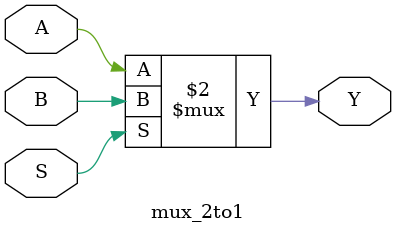
<source format=v>
module mux_2to1 (
    Y   ,
    A   ,
    B   ,
    S   
);

    output Y   ;
    input  A   ;
    input  B   ;
    input  S   ;

    assign Y = (S == 1) ? B : A;

endmodule
</source>
